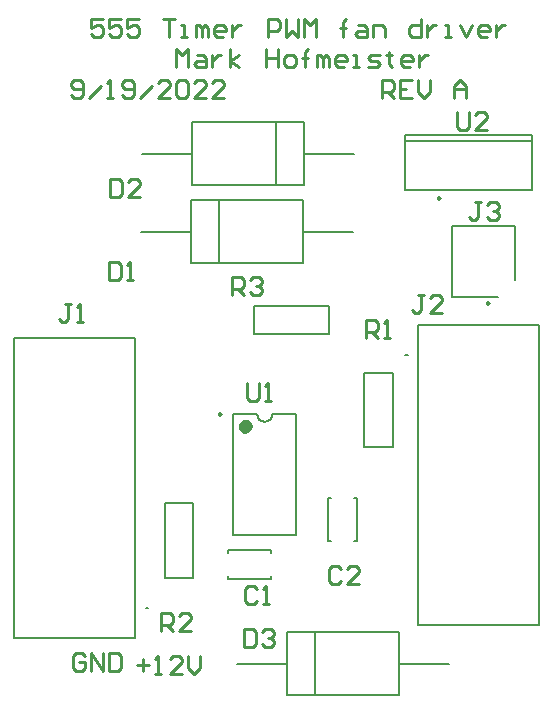
<source format=gto>
G04*
G04 #@! TF.GenerationSoftware,Altium Limited,Altium Designer,21.3.1 (25)*
G04*
G04 Layer_Color=65535*
%FSLAX25Y25*%
%MOIN*%
G70*
G04*
G04 #@! TF.SameCoordinates,4C1A46CD-458D-4170-9141-97B0DDD3FF2F*
G04*
G04*
G04 #@! TF.FilePolarity,Positive*
G04*
G01*
G75*
%ADD10C,0.00787*%
%ADD11C,0.00984*%
%ADD12C,0.02362*%
%ADD13C,0.00500*%
%ADD14C,0.01000*%
D10*
X137665Y123000D02*
X136878D01*
X137665D01*
X51122Y38500D02*
X50335D01*
X51122D01*
X87500Y103079D02*
X87690Y102122D01*
X88232Y101311D01*
X89043Y100769D01*
X90000Y100579D01*
X90957Y100769D01*
X91768Y101311D01*
X92310Y102122D01*
X92500Y103079D01*
X86598Y129776D02*
Y139224D01*
X111402D01*
X86598Y129776D02*
X111402D01*
Y139224D01*
X152567Y165811D02*
X173433D01*
X152567Y142189D02*
Y165811D01*
Y142189D02*
X167823D01*
X173433Y147799D02*
Y165811D01*
X79567Y62921D02*
X100433D01*
X92500Y103079D02*
X100433D01*
X79567D02*
X87500D01*
X100433Y62921D02*
Y103079D01*
X79567Y62921D02*
Y103079D01*
X123276Y92098D02*
X132724D01*
X123276D02*
Y116902D01*
X132724Y92098D02*
Y116902D01*
X123276D02*
X132724D01*
X119839Y75087D02*
X120921D01*
X111079D02*
X112161D01*
X111079Y60913D02*
Y75087D01*
X119839Y60913D02*
X120921D01*
X111079D02*
X112161D01*
X120921D02*
Y75087D01*
X97520Y30433D02*
X134921D01*
Y9567D02*
Y30433D01*
X97520Y9567D02*
X134921D01*
X97520D02*
Y30433D01*
X80905Y20000D02*
X97520D01*
X134921D02*
X151535D01*
X106870Y9843D02*
Y30158D01*
X77913Y57921D02*
X92087D01*
Y48079D02*
Y49161D01*
Y56839D02*
Y57921D01*
X77913Y48079D02*
X92087D01*
X77913D02*
Y49161D01*
Y56839D02*
Y57921D01*
X179063Y177717D02*
Y196221D01*
X136937Y177717D02*
Y196221D01*
Y177717D02*
X179063D01*
X136937Y196221D02*
X179063D01*
X136937Y194252D02*
X179063D01*
X65799Y179567D02*
X103201D01*
X65799D02*
Y200433D01*
X103201D01*
Y179567D02*
Y200433D01*
Y190000D02*
X119815D01*
X49185D02*
X65799D01*
X93850Y179842D02*
Y200157D01*
X65299Y174433D02*
X102701D01*
Y153567D02*
Y174433D01*
X65299Y153567D02*
X102701D01*
X65299D02*
Y174433D01*
X48685Y164000D02*
X65299D01*
X102701D02*
X119315D01*
X74650Y153842D02*
Y174158D01*
X56776Y73402D02*
X66224D01*
Y48598D02*
Y73402D01*
X56776Y48598D02*
Y73402D01*
Y48598D02*
X66224D01*
D11*
X164870Y140122D02*
X164132Y140548D01*
Y139696D01*
X164870Y140122D01*
X75492Y103118D02*
X74754Y103544D01*
Y102692D01*
X75492Y103118D01*
X148492Y175157D02*
X147754Y175584D01*
Y174731D01*
X148492Y175157D01*
D12*
X84685Y99142D02*
X84240Y100065D01*
X83241Y100293D01*
X82440Y99654D01*
Y98629D01*
X83241Y97990D01*
X84240Y98218D01*
X84685Y99142D01*
D13*
X141209Y33000D02*
Y133000D01*
X181563Y33000D02*
Y133000D01*
X141209Y33000D02*
X181563D01*
X141209Y133000D02*
X181563D01*
X6437Y28500D02*
X46791D01*
X6437Y128500D02*
X46791D01*
X6437Y28500D02*
Y128500D01*
X46791Y28500D02*
Y128500D01*
D14*
X36021Y234998D02*
X32022D01*
Y231999D01*
X34022Y232999D01*
X35021D01*
X36021Y231999D01*
Y230000D01*
X35021Y229000D01*
X33022D01*
X32022Y230000D01*
X42019Y234998D02*
X38020D01*
Y231999D01*
X40020Y232999D01*
X41019D01*
X42019Y231999D01*
Y230000D01*
X41019Y229000D01*
X39020D01*
X38020Y230000D01*
X48017Y234998D02*
X44018D01*
Y231999D01*
X46018Y232999D01*
X47017D01*
X48017Y231999D01*
Y230000D01*
X47017Y229000D01*
X45018D01*
X44018Y230000D01*
X56015Y234998D02*
X60013D01*
X58014D01*
Y229000D01*
X62013D02*
X64012D01*
X63012D01*
Y232999D01*
X62013D01*
X67011Y229000D02*
Y232999D01*
X68011D01*
X69010Y231999D01*
Y229000D01*
Y231999D01*
X70010Y232999D01*
X71010Y231999D01*
Y229000D01*
X76008D02*
X74009D01*
X73009Y230000D01*
Y231999D01*
X74009Y232999D01*
X76008D01*
X77008Y231999D01*
Y230999D01*
X73009D01*
X79007Y232999D02*
Y229000D01*
Y230999D01*
X80007Y231999D01*
X81006Y232999D01*
X82006D01*
X91003Y229000D02*
Y234998D01*
X94002D01*
X95002Y233998D01*
Y231999D01*
X94002Y230999D01*
X91003D01*
X97001Y234998D02*
Y229000D01*
X99001Y230999D01*
X101000Y229000D01*
Y234998D01*
X102999Y229000D02*
Y234998D01*
X104999Y232999D01*
X106998Y234998D01*
Y229000D01*
X115995D02*
Y233998D01*
Y231999D01*
X114996D01*
X116995D01*
X115995D01*
Y233998D01*
X116995Y234998D01*
X120993Y232999D02*
X122993D01*
X123993Y231999D01*
Y229000D01*
X120993D01*
X119994Y230000D01*
X120993Y230999D01*
X123993D01*
X125992Y229000D02*
Y232999D01*
X128991D01*
X129991Y231999D01*
Y229000D01*
X141987Y234998D02*
Y229000D01*
X138988D01*
X137988Y230000D01*
Y231999D01*
X138988Y232999D01*
X141987D01*
X143986D02*
Y229000D01*
Y230999D01*
X144986Y231999D01*
X145985Y232999D01*
X146985D01*
X149984Y229000D02*
X151983D01*
X150984D01*
Y232999D01*
X149984D01*
X154982D02*
X156982Y229000D01*
X158981Y232999D01*
X163980Y229000D02*
X161980D01*
X160981Y230000D01*
Y231999D01*
X161980Y232999D01*
X163980D01*
X164979Y231999D01*
Y230999D01*
X160981D01*
X166979Y232999D02*
Y229000D01*
Y230999D01*
X167978Y231999D01*
X168978Y232999D01*
X169978D01*
X143000Y142999D02*
X141001D01*
X142001D01*
Y138001D01*
X141001Y137001D01*
X140001D01*
X139002Y138001D01*
X148998Y137001D02*
X145000D01*
X148998Y141000D01*
Y141999D01*
X147999Y142999D01*
X145999D01*
X145000Y141999D01*
X129000Y208500D02*
Y214498D01*
X131999D01*
X132999Y213498D01*
Y211499D01*
X131999Y210499D01*
X129000D01*
X130999D02*
X132999Y208500D01*
X138997Y214498D02*
X134998D01*
Y208500D01*
X138997D01*
X134998Y211499D02*
X136997D01*
X140996Y214498D02*
Y210499D01*
X142996Y208500D01*
X144995Y210499D01*
Y214498D01*
X152992Y208500D02*
Y212499D01*
X154992Y214498D01*
X156991Y212499D01*
Y208500D01*
Y211499D01*
X152992D01*
X25500Y209500D02*
X26500Y208500D01*
X28499D01*
X29499Y209500D01*
Y213498D01*
X28499Y214498D01*
X26500D01*
X25500Y213498D01*
Y212499D01*
X26500Y211499D01*
X29499D01*
X31498Y208500D02*
X35497Y212499D01*
X37496Y208500D02*
X39496D01*
X38496D01*
Y214498D01*
X37496Y213498D01*
X42494Y209500D02*
X43494Y208500D01*
X45494D01*
X46493Y209500D01*
Y213498D01*
X45494Y214498D01*
X43494D01*
X42494Y213498D01*
Y212499D01*
X43494Y211499D01*
X46493D01*
X48493Y208500D02*
X52491Y212499D01*
X58489Y208500D02*
X54491D01*
X58489Y212499D01*
Y213498D01*
X57490Y214498D01*
X55490D01*
X54491Y213498D01*
X60489D02*
X61488Y214498D01*
X63488D01*
X64487Y213498D01*
Y209500D01*
X63488Y208500D01*
X61488D01*
X60489Y209500D01*
Y213498D01*
X70486Y208500D02*
X66487D01*
X70486Y212499D01*
Y213498D01*
X69486Y214498D01*
X67486D01*
X66487Y213498D01*
X76484Y208500D02*
X72485D01*
X76484Y212499D01*
Y213498D01*
X75484Y214498D01*
X73484D01*
X72485Y213498D01*
X60500Y219000D02*
Y224998D01*
X62499Y222999D01*
X64499Y224998D01*
Y219000D01*
X67498Y222999D02*
X69497D01*
X70497Y221999D01*
Y219000D01*
X67498D01*
X66498Y220000D01*
X67498Y220999D01*
X70497D01*
X72496Y222999D02*
Y219000D01*
Y220999D01*
X73496Y221999D01*
X74496Y222999D01*
X75495D01*
X78494Y219000D02*
Y224998D01*
Y220999D02*
X81493Y222999D01*
X78494Y220999D02*
X81493Y219000D01*
X90490Y224998D02*
Y219000D01*
Y221999D01*
X94489D01*
Y224998D01*
Y219000D01*
X97488D02*
X99487D01*
X100487Y220000D01*
Y221999D01*
X99487Y222999D01*
X97488D01*
X96488Y221999D01*
Y220000D01*
X97488Y219000D01*
X103486D02*
Y223998D01*
Y221999D01*
X102486D01*
X104486D01*
X103486D01*
Y223998D01*
X104486Y224998D01*
X107485Y219000D02*
Y222999D01*
X108484D01*
X109484Y221999D01*
Y219000D01*
Y221999D01*
X110484Y222999D01*
X111484Y221999D01*
Y219000D01*
X116482D02*
X114482D01*
X113483Y220000D01*
Y221999D01*
X114482Y222999D01*
X116482D01*
X117482Y221999D01*
Y220999D01*
X113483D01*
X119481Y219000D02*
X121480D01*
X120481D01*
Y222999D01*
X119481D01*
X124479Y219000D02*
X127478D01*
X128478Y220000D01*
X127478Y220999D01*
X125479D01*
X124479Y221999D01*
X125479Y222999D01*
X128478D01*
X131477Y223998D02*
Y222999D01*
X130477D01*
X132477D01*
X131477D01*
Y220000D01*
X132477Y219000D01*
X138475D02*
X136475D01*
X135476Y220000D01*
Y221999D01*
X136475Y222999D01*
X138475D01*
X139474Y221999D01*
Y220999D01*
X135476D01*
X141474Y222999D02*
Y219000D01*
Y220999D01*
X142473Y221999D01*
X143473Y222999D01*
X144473D01*
X79100Y142700D02*
Y148698D01*
X82099D01*
X83099Y147698D01*
Y145699D01*
X82099Y144699D01*
X79100D01*
X81099D02*
X83099Y142700D01*
X85098Y147698D02*
X86098Y148698D01*
X88097D01*
X89097Y147698D01*
Y146699D01*
X88097Y145699D01*
X87097D01*
X88097D01*
X89097Y144699D01*
Y143700D01*
X88097Y142700D01*
X86098D01*
X85098Y143700D01*
X25500Y139999D02*
X23501D01*
X24500D01*
Y135001D01*
X23501Y134001D01*
X22501D01*
X21501Y135001D01*
X27499Y134001D02*
X29499D01*
X28499D01*
Y139999D01*
X27499Y138999D01*
X47503Y19500D02*
X51502D01*
X49503Y21499D02*
Y17501D01*
X53501Y16501D02*
X55501D01*
X54501D01*
Y22499D01*
X53501Y21499D01*
X62499Y16501D02*
X58500D01*
X62499Y20500D01*
Y21499D01*
X61499Y22499D01*
X59500D01*
X58500Y21499D01*
X64498Y22499D02*
Y18500D01*
X66497Y16501D01*
X68497Y18500D01*
Y22499D01*
X30001Y22499D02*
X29002Y23499D01*
X27002D01*
X26003Y22499D01*
Y18501D01*
X27002Y17501D01*
X29002D01*
X30001Y18501D01*
Y20500D01*
X28002D01*
X32001Y17501D02*
Y23499D01*
X35999Y17501D01*
Y23499D01*
X37999D02*
Y17501D01*
X40998D01*
X41997Y18501D01*
Y22499D01*
X40998Y23499D01*
X37999D01*
X162000Y173999D02*
X160001D01*
X161001D01*
Y169001D01*
X160001Y168001D01*
X159001D01*
X158002Y169001D01*
X164000Y172999D02*
X164999Y173999D01*
X166999D01*
X167998Y172999D01*
Y172000D01*
X166999Y171000D01*
X165999D01*
X166999D01*
X167998Y170000D01*
Y169001D01*
X166999Y168001D01*
X164999D01*
X164000Y169001D01*
X115500Y51499D02*
X114501Y52499D01*
X112501D01*
X111502Y51499D01*
Y47501D01*
X112501Y46501D01*
X114501D01*
X115500Y47501D01*
X121498Y46501D02*
X117500D01*
X121498Y50500D01*
Y51499D01*
X120499Y52499D01*
X118499D01*
X117500Y51499D01*
X154002Y203999D02*
Y199001D01*
X155001Y198001D01*
X157001D01*
X158000Y199001D01*
Y203999D01*
X163998Y198001D02*
X160000D01*
X163998Y202000D01*
Y202999D01*
X162999Y203999D01*
X160999D01*
X160000Y202999D01*
X84001Y113499D02*
Y108501D01*
X85001Y107501D01*
X87000D01*
X88000Y108501D01*
Y113499D01*
X89999Y107501D02*
X91999D01*
X90999D01*
Y113499D01*
X89999Y112499D01*
X55502Y31001D02*
Y36999D01*
X58501D01*
X59500Y35999D01*
Y34000D01*
X58501Y33000D01*
X55502D01*
X57501D02*
X59500Y31001D01*
X65498D02*
X61500D01*
X65498Y35000D01*
Y35999D01*
X64499Y36999D01*
X62499D01*
X61500Y35999D01*
X123800Y128400D02*
Y134398D01*
X126799D01*
X127799Y133398D01*
Y131399D01*
X126799Y130399D01*
X123800D01*
X125799D02*
X127799Y128400D01*
X129798D02*
X131797D01*
X130798D01*
Y134398D01*
X129798Y133398D01*
X83002Y31499D02*
Y25501D01*
X86001D01*
X87000Y26501D01*
Y30499D01*
X86001Y31499D01*
X83002D01*
X89000Y30499D02*
X89999Y31499D01*
X91999D01*
X92998Y30499D01*
Y29500D01*
X91999Y28500D01*
X90999D01*
X91999D01*
X92998Y27500D01*
Y26501D01*
X91999Y25501D01*
X89999D01*
X89000Y26501D01*
X38502Y181499D02*
Y175501D01*
X41501D01*
X42500Y176501D01*
Y180499D01*
X41501Y181499D01*
X38502D01*
X48498Y175501D02*
X44500D01*
X48498Y179500D01*
Y180499D01*
X47499Y181499D01*
X45499D01*
X44500Y180499D01*
X38001Y153999D02*
Y148001D01*
X41000D01*
X42000Y149001D01*
Y152999D01*
X41000Y153999D01*
X38001D01*
X43999Y148001D02*
X45999D01*
X44999D01*
Y153999D01*
X43999Y152999D01*
X87500Y44999D02*
X86500Y45999D01*
X84501D01*
X83501Y44999D01*
Y41001D01*
X84501Y40001D01*
X86500D01*
X87500Y41001D01*
X89499Y40001D02*
X91499D01*
X90499D01*
Y45999D01*
X89499Y44999D01*
M02*

</source>
